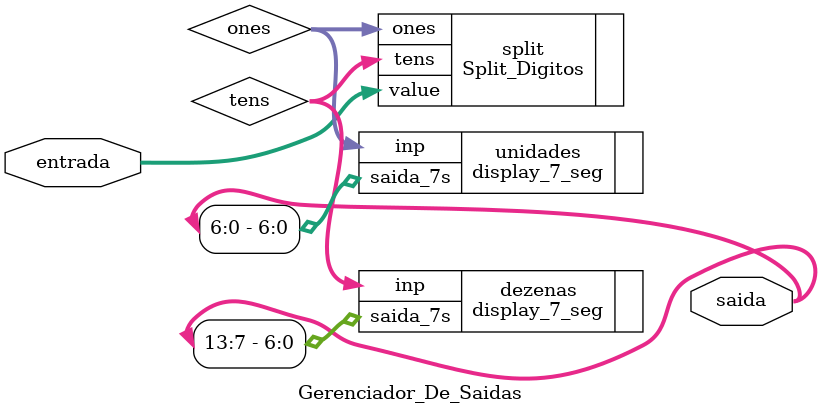
<source format=v>
module Gerenciador_De_Saidas (input [7:0] entrada, output [13:0] saida);

	//wire [3:0] mils;
	//wire [3:0] cents;
	wire [3:0] tens;
	wire [3:0] ones;


	Split_Digitos split(.value(entrada), .tens(tens), .ones(ones));
    
    // Instanciando os módulos de display de 7 segmentos para cada dígito
    //display_7_seg milhares(.inp(mils), .saida_7s(saida[27:21]));
    
    //display_7_seg centenas(.inp(cents), .saida_7s(saida[20:14]));

    display_7_seg dezenas(.inp(tens), .saida_7s(saida[13:7]));

    display_7_seg unidades(.inp(ones), .saida_7s(saida[6:0]));

endmodule




</source>
